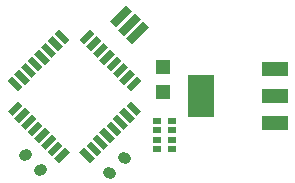
<source format=gbr>
G04 #@! TF.FileFunction,Paste,Top*
%FSLAX46Y46*%
G04 Gerber Fmt 4.6, Leading zero omitted, Abs format (unit mm)*
G04 Created by KiCad (PCBNEW 4.0.2+dfsg1-stable) date 2017年12月22日 星期五 14时14分46秒*
%MOMM*%
G01*
G04 APERTURE LIST*
%ADD10C,0.100000*%
%ADD11R,2.235200X1.219200*%
%ADD12R,2.200000X3.600000*%
%ADD13C,0.898400*%
%ADD14R,0.650000X0.500000*%
%ADD15R,1.200000X1.200000*%
G04 APERTURE END LIST*
D10*
G36*
X138616673Y-103707994D02*
X139011804Y-104103125D01*
X138113779Y-105001150D01*
X137718648Y-104606019D01*
X138616673Y-103707994D01*
X138616673Y-103707994D01*
G37*
G36*
X138050987Y-103142309D02*
X138446118Y-103537440D01*
X137548093Y-104435465D01*
X137152962Y-104040334D01*
X138050987Y-103142309D01*
X138050987Y-103142309D01*
G37*
G36*
X137485302Y-102576624D02*
X137880433Y-102971755D01*
X136982408Y-103869780D01*
X136587277Y-103474649D01*
X137485302Y-102576624D01*
X137485302Y-102576624D01*
G37*
G36*
X136919616Y-102010938D02*
X137314747Y-102406069D01*
X136416722Y-103304094D01*
X136021591Y-102908963D01*
X136919616Y-102010938D01*
X136919616Y-102010938D01*
G37*
G36*
X136353931Y-101445253D02*
X136749062Y-101840384D01*
X135851037Y-102738409D01*
X135455906Y-102343278D01*
X136353931Y-101445253D01*
X136353931Y-101445253D01*
G37*
G36*
X135788245Y-100879567D02*
X136183376Y-101274698D01*
X135285351Y-102172723D01*
X134890220Y-101777592D01*
X135788245Y-100879567D01*
X135788245Y-100879567D01*
G37*
G36*
X135222560Y-100313882D02*
X135617691Y-100709013D01*
X134719666Y-101607038D01*
X134324535Y-101211907D01*
X135222560Y-100313882D01*
X135222560Y-100313882D01*
G37*
G36*
X134656875Y-99748196D02*
X135052006Y-100143327D01*
X134153981Y-101041352D01*
X133758850Y-100646221D01*
X134656875Y-99748196D01*
X134656875Y-99748196D01*
G37*
G36*
X132043125Y-99748196D02*
X132941150Y-100646221D01*
X132546019Y-101041352D01*
X131647994Y-100143327D01*
X132043125Y-99748196D01*
X132043125Y-99748196D01*
G37*
G36*
X131477440Y-100313882D02*
X132375465Y-101211907D01*
X131980334Y-101607038D01*
X131082309Y-100709013D01*
X131477440Y-100313882D01*
X131477440Y-100313882D01*
G37*
G36*
X130911755Y-100879567D02*
X131809780Y-101777592D01*
X131414649Y-102172723D01*
X130516624Y-101274698D01*
X130911755Y-100879567D01*
X130911755Y-100879567D01*
G37*
G36*
X130346069Y-101445253D02*
X131244094Y-102343278D01*
X130848963Y-102738409D01*
X129950938Y-101840384D01*
X130346069Y-101445253D01*
X130346069Y-101445253D01*
G37*
G36*
X129780384Y-102010938D02*
X130678409Y-102908963D01*
X130283278Y-103304094D01*
X129385253Y-102406069D01*
X129780384Y-102010938D01*
X129780384Y-102010938D01*
G37*
G36*
X129214698Y-102576624D02*
X130112723Y-103474649D01*
X129717592Y-103869780D01*
X128819567Y-102971755D01*
X129214698Y-102576624D01*
X129214698Y-102576624D01*
G37*
G36*
X128649013Y-103142309D02*
X129547038Y-104040334D01*
X129151907Y-104435465D01*
X128253882Y-103537440D01*
X128649013Y-103142309D01*
X128649013Y-103142309D01*
G37*
G36*
X128083327Y-103707994D02*
X128981352Y-104606019D01*
X128586221Y-105001150D01*
X127688196Y-104103125D01*
X128083327Y-103707994D01*
X128083327Y-103707994D01*
G37*
G36*
X128586221Y-105818850D02*
X128981352Y-106213981D01*
X128083327Y-107112006D01*
X127688196Y-106716875D01*
X128586221Y-105818850D01*
X128586221Y-105818850D01*
G37*
G36*
X129151907Y-106384535D02*
X129547038Y-106779666D01*
X128649013Y-107677691D01*
X128253882Y-107282560D01*
X129151907Y-106384535D01*
X129151907Y-106384535D01*
G37*
G36*
X129717592Y-106950220D02*
X130112723Y-107345351D01*
X129214698Y-108243376D01*
X128819567Y-107848245D01*
X129717592Y-106950220D01*
X129717592Y-106950220D01*
G37*
G36*
X130283278Y-107515906D02*
X130678409Y-107911037D01*
X129780384Y-108809062D01*
X129385253Y-108413931D01*
X130283278Y-107515906D01*
X130283278Y-107515906D01*
G37*
G36*
X130848963Y-108081591D02*
X131244094Y-108476722D01*
X130346069Y-109374747D01*
X129950938Y-108979616D01*
X130848963Y-108081591D01*
X130848963Y-108081591D01*
G37*
G36*
X131414649Y-108647277D02*
X131809780Y-109042408D01*
X130911755Y-109940433D01*
X130516624Y-109545302D01*
X131414649Y-108647277D01*
X131414649Y-108647277D01*
G37*
G36*
X131980334Y-109212962D02*
X132375465Y-109608093D01*
X131477440Y-110506118D01*
X131082309Y-110110987D01*
X131980334Y-109212962D01*
X131980334Y-109212962D01*
G37*
G36*
X132546019Y-109778648D02*
X132941150Y-110173779D01*
X132043125Y-111071804D01*
X131647994Y-110676673D01*
X132546019Y-109778648D01*
X132546019Y-109778648D01*
G37*
G36*
X134153981Y-109778648D02*
X135052006Y-110676673D01*
X134656875Y-111071804D01*
X133758850Y-110173779D01*
X134153981Y-109778648D01*
X134153981Y-109778648D01*
G37*
G36*
X134719666Y-109212962D02*
X135617691Y-110110987D01*
X135222560Y-110506118D01*
X134324535Y-109608093D01*
X134719666Y-109212962D01*
X134719666Y-109212962D01*
G37*
G36*
X135285351Y-108647277D02*
X136183376Y-109545302D01*
X135788245Y-109940433D01*
X134890220Y-109042408D01*
X135285351Y-108647277D01*
X135285351Y-108647277D01*
G37*
G36*
X135851037Y-108081591D02*
X136749062Y-108979616D01*
X136353931Y-109374747D01*
X135455906Y-108476722D01*
X135851037Y-108081591D01*
X135851037Y-108081591D01*
G37*
G36*
X136416722Y-107515906D02*
X137314747Y-108413931D01*
X136919616Y-108809062D01*
X136021591Y-107911037D01*
X136416722Y-107515906D01*
X136416722Y-107515906D01*
G37*
G36*
X136982408Y-106950220D02*
X137880433Y-107848245D01*
X137485302Y-108243376D01*
X136587277Y-107345351D01*
X136982408Y-106950220D01*
X136982408Y-106950220D01*
G37*
G36*
X137548093Y-106384535D02*
X138446118Y-107282560D01*
X138050987Y-107677691D01*
X137152962Y-106779666D01*
X137548093Y-106384535D01*
X137548093Y-106384535D01*
G37*
G36*
X138113779Y-105818850D02*
X139011804Y-106716875D01*
X138616673Y-107112006D01*
X137718648Y-106213981D01*
X138113779Y-105818850D01*
X138113779Y-105818850D01*
G37*
D11*
X150291800Y-107721400D03*
X150291800Y-105410000D03*
X150291800Y-103098600D03*
D12*
X144094000Y-105410000D03*
D13*
X129094106Y-110440658D02*
X129236658Y-110298106D01*
X130351342Y-111697894D02*
X130493894Y-111555342D01*
D14*
X140295000Y-107512000D03*
X140295000Y-108312000D03*
X140295000Y-109112000D03*
X140295000Y-109912000D03*
X141645000Y-109912000D03*
X141645000Y-109112000D03*
X141645000Y-108312000D03*
X141645000Y-107512000D03*
D10*
G36*
X139164926Y-99107153D02*
X139659901Y-99602128D01*
X138245688Y-101016341D01*
X137750713Y-100521366D01*
X139164926Y-99107153D01*
X139164926Y-99107153D01*
G37*
G36*
X138457819Y-98400046D02*
X138952794Y-98895021D01*
X137538581Y-100309234D01*
X137043606Y-99814259D01*
X138457819Y-98400046D01*
X138457819Y-98400046D01*
G37*
G36*
X137750712Y-97692939D02*
X138245687Y-98187914D01*
X136831474Y-99602127D01*
X136336499Y-99107152D01*
X137750712Y-97692939D01*
X137750712Y-97692939D01*
G37*
D15*
X140843000Y-105063000D03*
X140843000Y-102963000D03*
D13*
X137463342Y-110552106D02*
X137605894Y-110694658D01*
X136206106Y-111809342D02*
X136348658Y-111951894D01*
M02*

</source>
